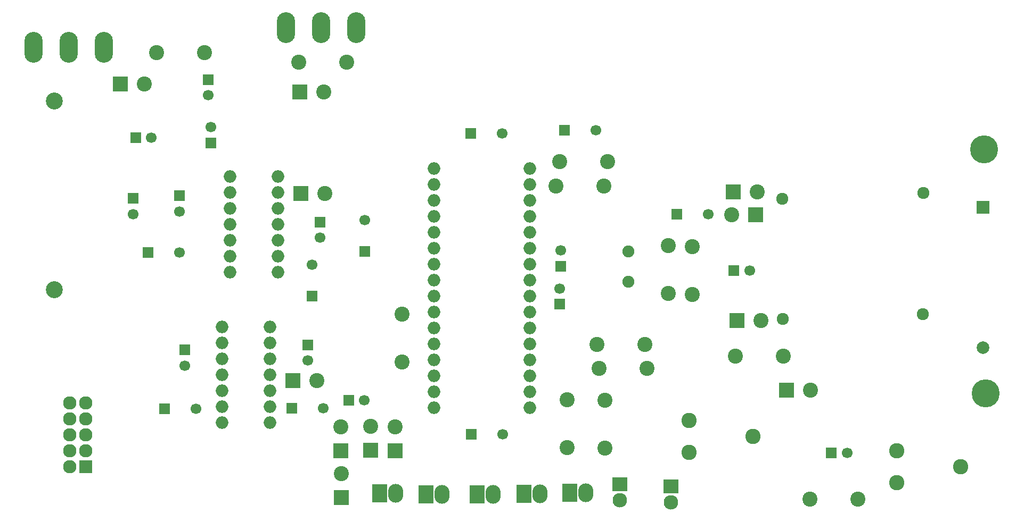
<source format=gts>
G04 #@! TF.FileFunction,Soldermask,Top*
%FSLAX46Y46*%
G04 Gerber Fmt 4.6, Leading zero omitted, Abs format (unit mm)*
G04 Created by KiCad (PCBNEW 4.0.3+e1-6302~38~ubuntu14.04.1-stable) date Sun Sep  4 15:17:47 2016*
%MOMM*%
%LPD*%
G01*
G04 APERTURE LIST*
%ADD10C,0.100000*%
%ADD11R,1.700000X1.700000*%
%ADD12C,1.700000*%
%ADD13C,2.398980*%
%ADD14R,2.398980X2.398980*%
%ADD15R,2.400000X2.300000*%
%ADD16C,2.300000*%
%ADD17R,2.127200X2.127200*%
%ADD18O,2.127200X2.127200*%
%ADD19R,2.400000X3.000000*%
%ADD20O,2.400000X3.000000*%
%ADD21C,4.464000*%
%ADD22O,2.899360X4.900880*%
%ADD23C,2.701240*%
%ADD24C,2.432000*%
%ADD25C,1.924000*%
%ADD26O,2.000000X2.000000*%
%ADD27C,1.901140*%
%ADD28R,2.000000X2.000000*%
%ADD29C,2.000000*%
G04 APERTURE END LIST*
D10*
D11*
X116205000Y-91389200D03*
D12*
X118705000Y-91389200D03*
D11*
X128118000Y-92202000D03*
D12*
X128118000Y-89702000D03*
D11*
X152603000Y-109550000D03*
D12*
X152603000Y-104550000D03*
D11*
X150063000Y-133198000D03*
D12*
X152563000Y-133198000D03*
D11*
X141021000Y-134468000D03*
D12*
X146021000Y-134468000D03*
D11*
X143535000Y-124384000D03*
D12*
X143535000Y-126884000D03*
D11*
X145491000Y-104826000D03*
D12*
X145491000Y-107326000D03*
D11*
X169520000Y-138608000D03*
D12*
X174520000Y-138608000D03*
X127762000Y-84643600D03*
D11*
X127762000Y-82143600D03*
X123977000Y-125197000D03*
D12*
X123977000Y-127697000D03*
D11*
X115748000Y-101067000D03*
D12*
X115748000Y-103567000D03*
D11*
X120752000Y-134595000D03*
D12*
X125752000Y-134595000D03*
D11*
X118186000Y-109652000D03*
D12*
X123186000Y-109652000D03*
D11*
X123190000Y-100660000D03*
D12*
X123190000Y-103160000D03*
D11*
X144247000Y-116662000D03*
D12*
X144247000Y-111662000D03*
D11*
X184379000Y-90220800D03*
D12*
X189379000Y-90220800D03*
D11*
X169494000Y-90678000D03*
D12*
X174494000Y-90678000D03*
D11*
X183617000Y-117907000D03*
D12*
X183617000Y-115407000D03*
D11*
X183769000Y-111887000D03*
D12*
X183769000Y-109387000D03*
D11*
X202209000Y-103581000D03*
D12*
X207209000Y-103581000D03*
D11*
X226822000Y-141605000D03*
D12*
X229322000Y-141605000D03*
D11*
X211328000Y-112522000D03*
D12*
X213828000Y-112522000D03*
D13*
X117526000Y-82854800D03*
D14*
X113716000Y-82854800D03*
D13*
X145034000Y-130048000D03*
D14*
X141224000Y-130048000D03*
D13*
X146279000Y-100279000D03*
D14*
X142469000Y-100279000D03*
D13*
X146101000Y-84124800D03*
D14*
X142291000Y-84124800D03*
D15*
X193142000Y-146558000D03*
D16*
X193142000Y-149098000D03*
D13*
X148768000Y-137465000D03*
D14*
X148768000Y-141275000D03*
D13*
X153568000Y-137363000D03*
D14*
X153568000Y-141173000D03*
D13*
X157480000Y-137465000D03*
D14*
X157480000Y-141275000D03*
D13*
X148869000Y-144932000D03*
D14*
X148869000Y-148742000D03*
D13*
X215036000Y-99999800D03*
D14*
X211226000Y-99999800D03*
D13*
X215646000Y-120523000D03*
D14*
X211836000Y-120523000D03*
D13*
X210922000Y-103683000D03*
D14*
X214732000Y-103683000D03*
D13*
X223495000Y-131572000D03*
D14*
X219685000Y-131572000D03*
D15*
X201295000Y-146939000D03*
D16*
X201295000Y-149479000D03*
D17*
X108255000Y-143789000D03*
D18*
X105715000Y-143789000D03*
X108255000Y-141249000D03*
X105715000Y-141249000D03*
X108255000Y-138709000D03*
X105715000Y-138709000D03*
X108255000Y-136169000D03*
X105715000Y-136169000D03*
X108255000Y-133629000D03*
X105715000Y-133629000D03*
D19*
X185217000Y-147955000D03*
D20*
X187757000Y-147955000D03*
D19*
X170459000Y-148209000D03*
D20*
X172999000Y-148209000D03*
D19*
X177927000Y-148133000D03*
D20*
X180467000Y-148133000D03*
D19*
X154991000Y-148031000D03*
D20*
X157531000Y-148031000D03*
D21*
X251079000Y-93268800D03*
X251358000Y-132156000D03*
D19*
X162382000Y-148209000D03*
D20*
X164922000Y-148209000D03*
D22*
X105537000Y-76987400D03*
X111125000Y-76987400D03*
X99949000Y-76987400D03*
X145669000Y-73888600D03*
X140081000Y-73888600D03*
X151257000Y-73888600D03*
D23*
X103226000Y-115570000D03*
X103226000Y-85570000D03*
D13*
X127127000Y-77876400D03*
X119507000Y-77876400D03*
X149733000Y-79375000D03*
X142113000Y-79375000D03*
X190805000Y-133248000D03*
X190805000Y-140868000D03*
X184760000Y-133147000D03*
X184760000Y-140767000D03*
X183032000Y-99060000D03*
X190652000Y-99060000D03*
X191237000Y-95199200D03*
X183617000Y-95199200D03*
X204673000Y-116332000D03*
X204673000Y-108712000D03*
X189560000Y-124333000D03*
X197180000Y-124333000D03*
X223393000Y-148971000D03*
X231013000Y-148971000D03*
X200914000Y-108585000D03*
X200914000Y-116205000D03*
X219126000Y-126162000D03*
X211506000Y-126162000D03*
X189865000Y-128168000D03*
X197485000Y-128168000D03*
X158547000Y-119507000D03*
X158547000Y-127127000D03*
D24*
X237236000Y-141224000D03*
X247396000Y-143764000D03*
X237236000Y-146304000D03*
D25*
X219100000Y-120269000D03*
X218973000Y-101092000D03*
X241325000Y-119507000D03*
X241452000Y-100203000D03*
D26*
X137541000Y-136779000D03*
X137541000Y-134239000D03*
X137541000Y-131699000D03*
X137541000Y-129159000D03*
X137541000Y-126619000D03*
X137541000Y-124079000D03*
X137541000Y-121539000D03*
X129921000Y-121539000D03*
X129921000Y-124079000D03*
X129921000Y-126619000D03*
X129921000Y-129159000D03*
X129921000Y-131699000D03*
X129921000Y-134239000D03*
X129921000Y-136779000D03*
X138836000Y-112852000D03*
X138836000Y-110312000D03*
X138836000Y-107772000D03*
X138836000Y-105232000D03*
X138836000Y-102692000D03*
X138836000Y-100152000D03*
X138836000Y-97612000D03*
X131216000Y-97612000D03*
X131216000Y-100152000D03*
X131216000Y-102692000D03*
X131216000Y-105232000D03*
X131216000Y-107772000D03*
X131216000Y-110312000D03*
X131216000Y-112852000D03*
X178867000Y-134417000D03*
X178867000Y-131877000D03*
X178867000Y-129337000D03*
X178867000Y-126797000D03*
X178867000Y-124257000D03*
X178867000Y-121717000D03*
X178867000Y-119177000D03*
X178867000Y-116637000D03*
X178867000Y-114097000D03*
X178867000Y-111557000D03*
X178867000Y-109017000D03*
X178867000Y-106477000D03*
X178867000Y-103937000D03*
X178867000Y-101397000D03*
X178867000Y-98857000D03*
X178867000Y-96317000D03*
X163627000Y-96317000D03*
X163627000Y-98857000D03*
X163627000Y-101397000D03*
X163627000Y-103937000D03*
X163627000Y-106477000D03*
X163627000Y-109017000D03*
X163627000Y-111557000D03*
X163627000Y-114097000D03*
X163627000Y-116637000D03*
X163627000Y-119177000D03*
X163627000Y-121717000D03*
X163627000Y-124257000D03*
X163627000Y-126797000D03*
X163627000Y-129337000D03*
X163627000Y-131877000D03*
X163627000Y-134417000D03*
D24*
X204216000Y-136398000D03*
X214376000Y-138938000D03*
X204216000Y-141478000D03*
D27*
X194488000Y-109497060D03*
X194488000Y-114378940D03*
D28*
X250952000Y-102489000D03*
D29*
X250952000Y-124841000D03*
M02*

</source>
